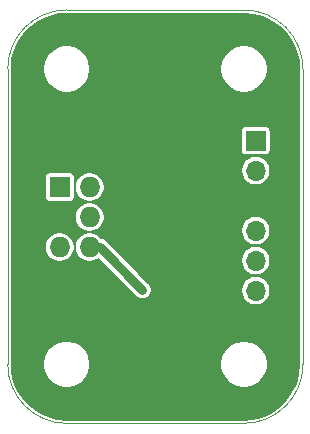
<source format=gbr>
G04 #@! TF.GenerationSoftware,KiCad,Pcbnew,5.1.5-52549c5~84~ubuntu19.10.1*
G04 #@! TF.CreationDate,2020-03-01T16:10:10+02:00*
G04 #@! TF.ProjectId,PIC-ICSP-TC2030,5049432d-4943-4535-902d-544332303330,v1.0*
G04 #@! TF.SameCoordinates,Original*
G04 #@! TF.FileFunction,Copper,L2,Bot*
G04 #@! TF.FilePolarity,Positive*
%FSLAX46Y46*%
G04 Gerber Fmt 4.6, Leading zero omitted, Abs format (unit mm)*
G04 Created by KiCad (PCBNEW 5.1.5-52549c5~84~ubuntu19.10.1) date 2020-03-01 16:10:10*
%MOMM*%
%LPD*%
G04 APERTURE LIST*
%ADD10C,0.050000*%
%ADD11R,1.700000X1.700000*%
%ADD12O,1.700000X1.700000*%
%ADD13O,1.727200X1.727200*%
%ADD14R,1.727200X1.727200*%
%ADD15C,0.800000*%
%ADD16C,0.800000*%
%ADD17C,0.200000*%
G04 APERTURE END LIST*
D10*
X70000000Y-50000000D02*
G75*
G02X75000000Y-55000000I0J-5000000D01*
G01*
X75000000Y-80000000D02*
G75*
G02X70000000Y-85000000I-5000000J0D01*
G01*
X55000000Y-85000000D02*
G75*
G02X50000000Y-80000000I0J5000000D01*
G01*
X50000000Y-55000000D02*
G75*
G02X55000000Y-50000000I5000000J0D01*
G01*
X70000000Y-50000000D02*
X55000000Y-50000000D01*
X75000000Y-80000000D02*
X75000000Y-55000000D01*
X55000000Y-85000000D02*
X70000000Y-85000000D01*
X50000000Y-55000000D02*
X50000000Y-80000000D01*
D11*
X71000000Y-61065000D03*
D12*
X71000000Y-63605000D03*
X71000000Y-66145000D03*
X71000000Y-68685000D03*
X71000000Y-71225000D03*
X71000000Y-73765000D03*
D13*
X56940000Y-70080000D03*
X54400000Y-70080000D03*
X56940000Y-67540000D03*
X54400000Y-67540000D03*
X56940000Y-65000000D03*
D14*
X54400000Y-65000000D03*
D15*
X61400000Y-73700000D03*
X62900000Y-56000000D03*
X61700000Y-80600000D03*
X62000000Y-65900000D03*
X53200000Y-61500000D03*
X53000000Y-73500000D03*
X73200000Y-76600000D03*
X73200000Y-58100000D03*
D16*
X56940000Y-70080000D02*
X57780000Y-70080000D01*
X57780000Y-70080000D02*
X61400000Y-73700000D01*
D17*
G36*
X70827641Y-50400156D02*
G01*
X71629125Y-50619418D01*
X72379110Y-50977142D01*
X73053896Y-51462025D01*
X73632155Y-52058741D01*
X74095602Y-52748425D01*
X74429593Y-53509276D01*
X74624171Y-54319751D01*
X74675001Y-55011928D01*
X74675000Y-79985531D01*
X74599843Y-80827643D01*
X74380582Y-81629125D01*
X74022858Y-82379110D01*
X73537975Y-83053896D01*
X72941259Y-83632155D01*
X72251576Y-84095601D01*
X71490723Y-84429593D01*
X70680249Y-84624171D01*
X69988086Y-84675000D01*
X55014469Y-84675000D01*
X54172357Y-84599843D01*
X53370875Y-84380582D01*
X52620890Y-84022858D01*
X51946104Y-83537975D01*
X51367845Y-82941259D01*
X50904399Y-82251576D01*
X50570407Y-81490723D01*
X50375829Y-80680249D01*
X50325000Y-79988086D01*
X50325000Y-79803017D01*
X53000000Y-79803017D01*
X53000000Y-80196983D01*
X53076859Y-80583378D01*
X53227623Y-80947355D01*
X53446499Y-81274926D01*
X53725074Y-81553501D01*
X54052645Y-81772377D01*
X54416622Y-81923141D01*
X54803017Y-82000000D01*
X55196983Y-82000000D01*
X55583378Y-81923141D01*
X55947355Y-81772377D01*
X56274926Y-81553501D01*
X56553501Y-81274926D01*
X56772377Y-80947355D01*
X56923141Y-80583378D01*
X57000000Y-80196983D01*
X57000000Y-79803017D01*
X68000000Y-79803017D01*
X68000000Y-80196983D01*
X68076859Y-80583378D01*
X68227623Y-80947355D01*
X68446499Y-81274926D01*
X68725074Y-81553501D01*
X69052645Y-81772377D01*
X69416622Y-81923141D01*
X69803017Y-82000000D01*
X70196983Y-82000000D01*
X70583378Y-81923141D01*
X70947355Y-81772377D01*
X71274926Y-81553501D01*
X71553501Y-81274926D01*
X71772377Y-80947355D01*
X71923141Y-80583378D01*
X72000000Y-80196983D01*
X72000000Y-79803017D01*
X71923141Y-79416622D01*
X71772377Y-79052645D01*
X71553501Y-78725074D01*
X71274926Y-78446499D01*
X70947355Y-78227623D01*
X70583378Y-78076859D01*
X70196983Y-78000000D01*
X69803017Y-78000000D01*
X69416622Y-78076859D01*
X69052645Y-78227623D01*
X68725074Y-78446499D01*
X68446499Y-78725074D01*
X68227623Y-79052645D01*
X68076859Y-79416622D01*
X68000000Y-79803017D01*
X57000000Y-79803017D01*
X56923141Y-79416622D01*
X56772377Y-79052645D01*
X56553501Y-78725074D01*
X56274926Y-78446499D01*
X55947355Y-78227623D01*
X55583378Y-78076859D01*
X55196983Y-78000000D01*
X54803017Y-78000000D01*
X54416622Y-78076859D01*
X54052645Y-78227623D01*
X53725074Y-78446499D01*
X53446499Y-78725074D01*
X53227623Y-79052645D01*
X53076859Y-79416622D01*
X53000000Y-79803017D01*
X50325000Y-79803017D01*
X50325000Y-69955546D01*
X53136400Y-69955546D01*
X53136400Y-70204454D01*
X53184959Y-70448579D01*
X53280212Y-70678539D01*
X53418498Y-70885498D01*
X53594502Y-71061502D01*
X53801461Y-71199788D01*
X54031421Y-71295041D01*
X54275546Y-71343600D01*
X54524454Y-71343600D01*
X54768579Y-71295041D01*
X54998539Y-71199788D01*
X55205498Y-71061502D01*
X55381502Y-70885498D01*
X55519788Y-70678539D01*
X55615041Y-70448579D01*
X55663600Y-70204454D01*
X55663600Y-69955546D01*
X55676400Y-69955546D01*
X55676400Y-70204454D01*
X55724959Y-70448579D01*
X55820212Y-70678539D01*
X55958498Y-70885498D01*
X56134502Y-71061502D01*
X56341461Y-71199788D01*
X56571421Y-71295041D01*
X56815546Y-71343600D01*
X57064454Y-71343600D01*
X57308579Y-71295041D01*
X57538539Y-71199788D01*
X57676341Y-71107711D01*
X60778599Y-74209970D01*
X60890030Y-74321401D01*
X60922874Y-74343347D01*
X60953393Y-74368393D01*
X60988213Y-74387005D01*
X61021058Y-74408951D01*
X61057553Y-74424068D01*
X61092372Y-74442679D01*
X61130151Y-74454139D01*
X61166649Y-74469257D01*
X61205398Y-74476964D01*
X61243172Y-74488423D01*
X61282459Y-74492293D01*
X61321207Y-74500000D01*
X61360708Y-74500000D01*
X61399999Y-74503870D01*
X61439290Y-74500000D01*
X61478793Y-74500000D01*
X61517542Y-74492292D01*
X61556827Y-74488423D01*
X61594599Y-74476965D01*
X61633351Y-74469257D01*
X61669852Y-74454138D01*
X61707627Y-74442679D01*
X61742443Y-74424070D01*
X61778942Y-74408951D01*
X61811791Y-74387002D01*
X61846606Y-74368393D01*
X61877119Y-74343351D01*
X61909970Y-74321401D01*
X61937910Y-74293461D01*
X61968421Y-74268421D01*
X61993461Y-74237910D01*
X62021401Y-74209970D01*
X62043351Y-74177119D01*
X62068393Y-74146606D01*
X62087002Y-74111791D01*
X62108951Y-74078942D01*
X62124070Y-74042443D01*
X62142679Y-74007627D01*
X62154138Y-73969852D01*
X62169257Y-73933351D01*
X62176965Y-73894599D01*
X62188423Y-73856827D01*
X62192292Y-73817542D01*
X62200000Y-73778793D01*
X62200000Y-73739290D01*
X62203870Y-73699999D01*
X62200000Y-73660708D01*
X62200000Y-73641886D01*
X69750000Y-73641886D01*
X69750000Y-73888114D01*
X69798037Y-74129611D01*
X69892265Y-74357097D01*
X70029062Y-74561828D01*
X70203172Y-74735938D01*
X70407903Y-74872735D01*
X70635389Y-74966963D01*
X70876886Y-75015000D01*
X71123114Y-75015000D01*
X71364611Y-74966963D01*
X71592097Y-74872735D01*
X71796828Y-74735938D01*
X71970938Y-74561828D01*
X72107735Y-74357097D01*
X72201963Y-74129611D01*
X72250000Y-73888114D01*
X72250000Y-73641886D01*
X72201963Y-73400389D01*
X72107735Y-73172903D01*
X71970938Y-72968172D01*
X71796828Y-72794062D01*
X71592097Y-72657265D01*
X71364611Y-72563037D01*
X71123114Y-72515000D01*
X70876886Y-72515000D01*
X70635389Y-72563037D01*
X70407903Y-72657265D01*
X70203172Y-72794062D01*
X70029062Y-72968172D01*
X69892265Y-73172903D01*
X69798037Y-73400389D01*
X69750000Y-73641886D01*
X62200000Y-73641886D01*
X62200000Y-73621207D01*
X62192293Y-73582459D01*
X62188423Y-73543172D01*
X62176964Y-73505398D01*
X62169257Y-73466649D01*
X62154139Y-73430151D01*
X62142679Y-73392372D01*
X62124068Y-73357553D01*
X62108951Y-73321058D01*
X62087005Y-73288213D01*
X62068393Y-73253393D01*
X62043347Y-73222874D01*
X62021401Y-73190030D01*
X61909970Y-73078599D01*
X59933257Y-71101886D01*
X69750000Y-71101886D01*
X69750000Y-71348114D01*
X69798037Y-71589611D01*
X69892265Y-71817097D01*
X70029062Y-72021828D01*
X70203172Y-72195938D01*
X70407903Y-72332735D01*
X70635389Y-72426963D01*
X70876886Y-72475000D01*
X71123114Y-72475000D01*
X71364611Y-72426963D01*
X71592097Y-72332735D01*
X71796828Y-72195938D01*
X71970938Y-72021828D01*
X72107735Y-71817097D01*
X72201963Y-71589611D01*
X72250000Y-71348114D01*
X72250000Y-71101886D01*
X72201963Y-70860389D01*
X72107735Y-70632903D01*
X71970938Y-70428172D01*
X71796828Y-70254062D01*
X71592097Y-70117265D01*
X71364611Y-70023037D01*
X71123114Y-69975000D01*
X70876886Y-69975000D01*
X70635389Y-70023037D01*
X70407903Y-70117265D01*
X70203172Y-70254062D01*
X70029062Y-70428172D01*
X69892265Y-70632903D01*
X69798037Y-70860389D01*
X69750000Y-71101886D01*
X59933257Y-71101886D01*
X58373473Y-69542103D01*
X58348422Y-69511578D01*
X58226606Y-69411607D01*
X58087628Y-69337321D01*
X57936827Y-69291576D01*
X57932635Y-69291163D01*
X57921502Y-69274502D01*
X57745498Y-69098498D01*
X57538539Y-68960212D01*
X57308579Y-68864959D01*
X57064454Y-68816400D01*
X56815546Y-68816400D01*
X56571421Y-68864959D01*
X56341461Y-68960212D01*
X56134502Y-69098498D01*
X55958498Y-69274502D01*
X55820212Y-69481461D01*
X55724959Y-69711421D01*
X55676400Y-69955546D01*
X55663600Y-69955546D01*
X55615041Y-69711421D01*
X55519788Y-69481461D01*
X55381502Y-69274502D01*
X55205498Y-69098498D01*
X54998539Y-68960212D01*
X54768579Y-68864959D01*
X54524454Y-68816400D01*
X54275546Y-68816400D01*
X54031421Y-68864959D01*
X53801461Y-68960212D01*
X53594502Y-69098498D01*
X53418498Y-69274502D01*
X53280212Y-69481461D01*
X53184959Y-69711421D01*
X53136400Y-69955546D01*
X50325000Y-69955546D01*
X50325000Y-67415546D01*
X55676400Y-67415546D01*
X55676400Y-67664454D01*
X55724959Y-67908579D01*
X55820212Y-68138539D01*
X55958498Y-68345498D01*
X56134502Y-68521502D01*
X56341461Y-68659788D01*
X56571421Y-68755041D01*
X56815546Y-68803600D01*
X57064454Y-68803600D01*
X57308579Y-68755041D01*
X57538539Y-68659788D01*
X57685059Y-68561886D01*
X69750000Y-68561886D01*
X69750000Y-68808114D01*
X69798037Y-69049611D01*
X69892265Y-69277097D01*
X70029062Y-69481828D01*
X70203172Y-69655938D01*
X70407903Y-69792735D01*
X70635389Y-69886963D01*
X70876886Y-69935000D01*
X71123114Y-69935000D01*
X71364611Y-69886963D01*
X71592097Y-69792735D01*
X71796828Y-69655938D01*
X71970938Y-69481828D01*
X72107735Y-69277097D01*
X72201963Y-69049611D01*
X72250000Y-68808114D01*
X72250000Y-68561886D01*
X72201963Y-68320389D01*
X72107735Y-68092903D01*
X71970938Y-67888172D01*
X71796828Y-67714062D01*
X71592097Y-67577265D01*
X71364611Y-67483037D01*
X71123114Y-67435000D01*
X70876886Y-67435000D01*
X70635389Y-67483037D01*
X70407903Y-67577265D01*
X70203172Y-67714062D01*
X70029062Y-67888172D01*
X69892265Y-68092903D01*
X69798037Y-68320389D01*
X69750000Y-68561886D01*
X57685059Y-68561886D01*
X57745498Y-68521502D01*
X57921502Y-68345498D01*
X58059788Y-68138539D01*
X58155041Y-67908579D01*
X58203600Y-67664454D01*
X58203600Y-67415546D01*
X58155041Y-67171421D01*
X58059788Y-66941461D01*
X57921502Y-66734502D01*
X57745498Y-66558498D01*
X57538539Y-66420212D01*
X57308579Y-66324959D01*
X57064454Y-66276400D01*
X56815546Y-66276400D01*
X56571421Y-66324959D01*
X56341461Y-66420212D01*
X56134502Y-66558498D01*
X55958498Y-66734502D01*
X55820212Y-66941461D01*
X55724959Y-67171421D01*
X55676400Y-67415546D01*
X50325000Y-67415546D01*
X50325000Y-64136400D01*
X53134465Y-64136400D01*
X53134465Y-65863600D01*
X53142188Y-65942014D01*
X53165060Y-66017414D01*
X53202203Y-66086903D01*
X53252189Y-66147811D01*
X53313097Y-66197797D01*
X53382586Y-66234940D01*
X53457986Y-66257812D01*
X53536400Y-66265535D01*
X55263600Y-66265535D01*
X55342014Y-66257812D01*
X55417414Y-66234940D01*
X55486903Y-66197797D01*
X55547811Y-66147811D01*
X55597797Y-66086903D01*
X55634940Y-66017414D01*
X55657812Y-65942014D01*
X55665535Y-65863600D01*
X55665535Y-64875546D01*
X55676400Y-64875546D01*
X55676400Y-65124454D01*
X55724959Y-65368579D01*
X55820212Y-65598539D01*
X55958498Y-65805498D01*
X56134502Y-65981502D01*
X56341461Y-66119788D01*
X56571421Y-66215041D01*
X56815546Y-66263600D01*
X57064454Y-66263600D01*
X57308579Y-66215041D01*
X57538539Y-66119788D01*
X57745498Y-65981502D01*
X57921502Y-65805498D01*
X58059788Y-65598539D01*
X58155041Y-65368579D01*
X58203600Y-65124454D01*
X58203600Y-64875546D01*
X58155041Y-64631421D01*
X58059788Y-64401461D01*
X57921502Y-64194502D01*
X57745498Y-64018498D01*
X57538539Y-63880212D01*
X57308579Y-63784959D01*
X57064454Y-63736400D01*
X56815546Y-63736400D01*
X56571421Y-63784959D01*
X56341461Y-63880212D01*
X56134502Y-64018498D01*
X55958498Y-64194502D01*
X55820212Y-64401461D01*
X55724959Y-64631421D01*
X55676400Y-64875546D01*
X55665535Y-64875546D01*
X55665535Y-64136400D01*
X55657812Y-64057986D01*
X55634940Y-63982586D01*
X55597797Y-63913097D01*
X55547811Y-63852189D01*
X55486903Y-63802203D01*
X55417414Y-63765060D01*
X55342014Y-63742188D01*
X55263600Y-63734465D01*
X53536400Y-63734465D01*
X53457986Y-63742188D01*
X53382586Y-63765060D01*
X53313097Y-63802203D01*
X53252189Y-63852189D01*
X53202203Y-63913097D01*
X53165060Y-63982586D01*
X53142188Y-64057986D01*
X53134465Y-64136400D01*
X50325000Y-64136400D01*
X50325000Y-63481886D01*
X69750000Y-63481886D01*
X69750000Y-63728114D01*
X69798037Y-63969611D01*
X69892265Y-64197097D01*
X70029062Y-64401828D01*
X70203172Y-64575938D01*
X70407903Y-64712735D01*
X70635389Y-64806963D01*
X70876886Y-64855000D01*
X71123114Y-64855000D01*
X71364611Y-64806963D01*
X71592097Y-64712735D01*
X71796828Y-64575938D01*
X71970938Y-64401828D01*
X72107735Y-64197097D01*
X72201963Y-63969611D01*
X72250000Y-63728114D01*
X72250000Y-63481886D01*
X72201963Y-63240389D01*
X72107735Y-63012903D01*
X71970938Y-62808172D01*
X71796828Y-62634062D01*
X71592097Y-62497265D01*
X71364611Y-62403037D01*
X71123114Y-62355000D01*
X70876886Y-62355000D01*
X70635389Y-62403037D01*
X70407903Y-62497265D01*
X70203172Y-62634062D01*
X70029062Y-62808172D01*
X69892265Y-63012903D01*
X69798037Y-63240389D01*
X69750000Y-63481886D01*
X50325000Y-63481886D01*
X50325000Y-60215000D01*
X69748065Y-60215000D01*
X69748065Y-61915000D01*
X69755788Y-61993414D01*
X69778660Y-62068814D01*
X69815803Y-62138303D01*
X69865789Y-62199211D01*
X69926697Y-62249197D01*
X69996186Y-62286340D01*
X70071586Y-62309212D01*
X70150000Y-62316935D01*
X71850000Y-62316935D01*
X71928414Y-62309212D01*
X72003814Y-62286340D01*
X72073303Y-62249197D01*
X72134211Y-62199211D01*
X72184197Y-62138303D01*
X72221340Y-62068814D01*
X72244212Y-61993414D01*
X72251935Y-61915000D01*
X72251935Y-60215000D01*
X72244212Y-60136586D01*
X72221340Y-60061186D01*
X72184197Y-59991697D01*
X72134211Y-59930789D01*
X72073303Y-59880803D01*
X72003814Y-59843660D01*
X71928414Y-59820788D01*
X71850000Y-59813065D01*
X70150000Y-59813065D01*
X70071586Y-59820788D01*
X69996186Y-59843660D01*
X69926697Y-59880803D01*
X69865789Y-59930789D01*
X69815803Y-59991697D01*
X69778660Y-60061186D01*
X69755788Y-60136586D01*
X69748065Y-60215000D01*
X50325000Y-60215000D01*
X50325000Y-55014470D01*
X50343871Y-54803017D01*
X53000000Y-54803017D01*
X53000000Y-55196983D01*
X53076859Y-55583378D01*
X53227623Y-55947355D01*
X53446499Y-56274926D01*
X53725074Y-56553501D01*
X54052645Y-56772377D01*
X54416622Y-56923141D01*
X54803017Y-57000000D01*
X55196983Y-57000000D01*
X55583378Y-56923141D01*
X55947355Y-56772377D01*
X56274926Y-56553501D01*
X56553501Y-56274926D01*
X56772377Y-55947355D01*
X56923141Y-55583378D01*
X57000000Y-55196983D01*
X57000000Y-54803017D01*
X68000000Y-54803017D01*
X68000000Y-55196983D01*
X68076859Y-55583378D01*
X68227623Y-55947355D01*
X68446499Y-56274926D01*
X68725074Y-56553501D01*
X69052645Y-56772377D01*
X69416622Y-56923141D01*
X69803017Y-57000000D01*
X70196983Y-57000000D01*
X70583378Y-56923141D01*
X70947355Y-56772377D01*
X71274926Y-56553501D01*
X71553501Y-56274926D01*
X71772377Y-55947355D01*
X71923141Y-55583378D01*
X72000000Y-55196983D01*
X72000000Y-54803017D01*
X71923141Y-54416622D01*
X71772377Y-54052645D01*
X71553501Y-53725074D01*
X71274926Y-53446499D01*
X70947355Y-53227623D01*
X70583378Y-53076859D01*
X70196983Y-53000000D01*
X69803017Y-53000000D01*
X69416622Y-53076859D01*
X69052645Y-53227623D01*
X68725074Y-53446499D01*
X68446499Y-53725074D01*
X68227623Y-54052645D01*
X68076859Y-54416622D01*
X68000000Y-54803017D01*
X57000000Y-54803017D01*
X56923141Y-54416622D01*
X56772377Y-54052645D01*
X56553501Y-53725074D01*
X56274926Y-53446499D01*
X55947355Y-53227623D01*
X55583378Y-53076859D01*
X55196983Y-53000000D01*
X54803017Y-53000000D01*
X54416622Y-53076859D01*
X54052645Y-53227623D01*
X53725074Y-53446499D01*
X53446499Y-53725074D01*
X53227623Y-54052645D01*
X53076859Y-54416622D01*
X53000000Y-54803017D01*
X50343871Y-54803017D01*
X50400156Y-54172359D01*
X50619418Y-53370875D01*
X50977142Y-52620890D01*
X51462025Y-51946104D01*
X52058741Y-51367845D01*
X52748425Y-50904398D01*
X53509276Y-50570407D01*
X54319751Y-50375829D01*
X55011914Y-50325000D01*
X69985530Y-50325000D01*
X70827641Y-50400156D01*
G37*
X70827641Y-50400156D02*
X71629125Y-50619418D01*
X72379110Y-50977142D01*
X73053896Y-51462025D01*
X73632155Y-52058741D01*
X74095602Y-52748425D01*
X74429593Y-53509276D01*
X74624171Y-54319751D01*
X74675001Y-55011928D01*
X74675000Y-79985531D01*
X74599843Y-80827643D01*
X74380582Y-81629125D01*
X74022858Y-82379110D01*
X73537975Y-83053896D01*
X72941259Y-83632155D01*
X72251576Y-84095601D01*
X71490723Y-84429593D01*
X70680249Y-84624171D01*
X69988086Y-84675000D01*
X55014469Y-84675000D01*
X54172357Y-84599843D01*
X53370875Y-84380582D01*
X52620890Y-84022858D01*
X51946104Y-83537975D01*
X51367845Y-82941259D01*
X50904399Y-82251576D01*
X50570407Y-81490723D01*
X50375829Y-80680249D01*
X50325000Y-79988086D01*
X50325000Y-79803017D01*
X53000000Y-79803017D01*
X53000000Y-80196983D01*
X53076859Y-80583378D01*
X53227623Y-80947355D01*
X53446499Y-81274926D01*
X53725074Y-81553501D01*
X54052645Y-81772377D01*
X54416622Y-81923141D01*
X54803017Y-82000000D01*
X55196983Y-82000000D01*
X55583378Y-81923141D01*
X55947355Y-81772377D01*
X56274926Y-81553501D01*
X56553501Y-81274926D01*
X56772377Y-80947355D01*
X56923141Y-80583378D01*
X57000000Y-80196983D01*
X57000000Y-79803017D01*
X68000000Y-79803017D01*
X68000000Y-80196983D01*
X68076859Y-80583378D01*
X68227623Y-80947355D01*
X68446499Y-81274926D01*
X68725074Y-81553501D01*
X69052645Y-81772377D01*
X69416622Y-81923141D01*
X69803017Y-82000000D01*
X70196983Y-82000000D01*
X70583378Y-81923141D01*
X70947355Y-81772377D01*
X71274926Y-81553501D01*
X71553501Y-81274926D01*
X71772377Y-80947355D01*
X71923141Y-80583378D01*
X72000000Y-80196983D01*
X72000000Y-79803017D01*
X71923141Y-79416622D01*
X71772377Y-79052645D01*
X71553501Y-78725074D01*
X71274926Y-78446499D01*
X70947355Y-78227623D01*
X70583378Y-78076859D01*
X70196983Y-78000000D01*
X69803017Y-78000000D01*
X69416622Y-78076859D01*
X69052645Y-78227623D01*
X68725074Y-78446499D01*
X68446499Y-78725074D01*
X68227623Y-79052645D01*
X68076859Y-79416622D01*
X68000000Y-79803017D01*
X57000000Y-79803017D01*
X56923141Y-79416622D01*
X56772377Y-79052645D01*
X56553501Y-78725074D01*
X56274926Y-78446499D01*
X55947355Y-78227623D01*
X55583378Y-78076859D01*
X55196983Y-78000000D01*
X54803017Y-78000000D01*
X54416622Y-78076859D01*
X54052645Y-78227623D01*
X53725074Y-78446499D01*
X53446499Y-78725074D01*
X53227623Y-79052645D01*
X53076859Y-79416622D01*
X53000000Y-79803017D01*
X50325000Y-79803017D01*
X50325000Y-69955546D01*
X53136400Y-69955546D01*
X53136400Y-70204454D01*
X53184959Y-70448579D01*
X53280212Y-70678539D01*
X53418498Y-70885498D01*
X53594502Y-71061502D01*
X53801461Y-71199788D01*
X54031421Y-71295041D01*
X54275546Y-71343600D01*
X54524454Y-71343600D01*
X54768579Y-71295041D01*
X54998539Y-71199788D01*
X55205498Y-71061502D01*
X55381502Y-70885498D01*
X55519788Y-70678539D01*
X55615041Y-70448579D01*
X55663600Y-70204454D01*
X55663600Y-69955546D01*
X55676400Y-69955546D01*
X55676400Y-70204454D01*
X55724959Y-70448579D01*
X55820212Y-70678539D01*
X55958498Y-70885498D01*
X56134502Y-71061502D01*
X56341461Y-71199788D01*
X56571421Y-71295041D01*
X56815546Y-71343600D01*
X57064454Y-71343600D01*
X57308579Y-71295041D01*
X57538539Y-71199788D01*
X57676341Y-71107711D01*
X60778599Y-74209970D01*
X60890030Y-74321401D01*
X60922874Y-74343347D01*
X60953393Y-74368393D01*
X60988213Y-74387005D01*
X61021058Y-74408951D01*
X61057553Y-74424068D01*
X61092372Y-74442679D01*
X61130151Y-74454139D01*
X61166649Y-74469257D01*
X61205398Y-74476964D01*
X61243172Y-74488423D01*
X61282459Y-74492293D01*
X61321207Y-74500000D01*
X61360708Y-74500000D01*
X61399999Y-74503870D01*
X61439290Y-74500000D01*
X61478793Y-74500000D01*
X61517542Y-74492292D01*
X61556827Y-74488423D01*
X61594599Y-74476965D01*
X61633351Y-74469257D01*
X61669852Y-74454138D01*
X61707627Y-74442679D01*
X61742443Y-74424070D01*
X61778942Y-74408951D01*
X61811791Y-74387002D01*
X61846606Y-74368393D01*
X61877119Y-74343351D01*
X61909970Y-74321401D01*
X61937910Y-74293461D01*
X61968421Y-74268421D01*
X61993461Y-74237910D01*
X62021401Y-74209970D01*
X62043351Y-74177119D01*
X62068393Y-74146606D01*
X62087002Y-74111791D01*
X62108951Y-74078942D01*
X62124070Y-74042443D01*
X62142679Y-74007627D01*
X62154138Y-73969852D01*
X62169257Y-73933351D01*
X62176965Y-73894599D01*
X62188423Y-73856827D01*
X62192292Y-73817542D01*
X62200000Y-73778793D01*
X62200000Y-73739290D01*
X62203870Y-73699999D01*
X62200000Y-73660708D01*
X62200000Y-73641886D01*
X69750000Y-73641886D01*
X69750000Y-73888114D01*
X69798037Y-74129611D01*
X69892265Y-74357097D01*
X70029062Y-74561828D01*
X70203172Y-74735938D01*
X70407903Y-74872735D01*
X70635389Y-74966963D01*
X70876886Y-75015000D01*
X71123114Y-75015000D01*
X71364611Y-74966963D01*
X71592097Y-74872735D01*
X71796828Y-74735938D01*
X71970938Y-74561828D01*
X72107735Y-74357097D01*
X72201963Y-74129611D01*
X72250000Y-73888114D01*
X72250000Y-73641886D01*
X72201963Y-73400389D01*
X72107735Y-73172903D01*
X71970938Y-72968172D01*
X71796828Y-72794062D01*
X71592097Y-72657265D01*
X71364611Y-72563037D01*
X71123114Y-72515000D01*
X70876886Y-72515000D01*
X70635389Y-72563037D01*
X70407903Y-72657265D01*
X70203172Y-72794062D01*
X70029062Y-72968172D01*
X69892265Y-73172903D01*
X69798037Y-73400389D01*
X69750000Y-73641886D01*
X62200000Y-73641886D01*
X62200000Y-73621207D01*
X62192293Y-73582459D01*
X62188423Y-73543172D01*
X62176964Y-73505398D01*
X62169257Y-73466649D01*
X62154139Y-73430151D01*
X62142679Y-73392372D01*
X62124068Y-73357553D01*
X62108951Y-73321058D01*
X62087005Y-73288213D01*
X62068393Y-73253393D01*
X62043347Y-73222874D01*
X62021401Y-73190030D01*
X61909970Y-73078599D01*
X59933257Y-71101886D01*
X69750000Y-71101886D01*
X69750000Y-71348114D01*
X69798037Y-71589611D01*
X69892265Y-71817097D01*
X70029062Y-72021828D01*
X70203172Y-72195938D01*
X70407903Y-72332735D01*
X70635389Y-72426963D01*
X70876886Y-72475000D01*
X71123114Y-72475000D01*
X71364611Y-72426963D01*
X71592097Y-72332735D01*
X71796828Y-72195938D01*
X71970938Y-72021828D01*
X72107735Y-71817097D01*
X72201963Y-71589611D01*
X72250000Y-71348114D01*
X72250000Y-71101886D01*
X72201963Y-70860389D01*
X72107735Y-70632903D01*
X71970938Y-70428172D01*
X71796828Y-70254062D01*
X71592097Y-70117265D01*
X71364611Y-70023037D01*
X71123114Y-69975000D01*
X70876886Y-69975000D01*
X70635389Y-70023037D01*
X70407903Y-70117265D01*
X70203172Y-70254062D01*
X70029062Y-70428172D01*
X69892265Y-70632903D01*
X69798037Y-70860389D01*
X69750000Y-71101886D01*
X59933257Y-71101886D01*
X58373473Y-69542103D01*
X58348422Y-69511578D01*
X58226606Y-69411607D01*
X58087628Y-69337321D01*
X57936827Y-69291576D01*
X57932635Y-69291163D01*
X57921502Y-69274502D01*
X57745498Y-69098498D01*
X57538539Y-68960212D01*
X57308579Y-68864959D01*
X57064454Y-68816400D01*
X56815546Y-68816400D01*
X56571421Y-68864959D01*
X56341461Y-68960212D01*
X56134502Y-69098498D01*
X55958498Y-69274502D01*
X55820212Y-69481461D01*
X55724959Y-69711421D01*
X55676400Y-69955546D01*
X55663600Y-69955546D01*
X55615041Y-69711421D01*
X55519788Y-69481461D01*
X55381502Y-69274502D01*
X55205498Y-69098498D01*
X54998539Y-68960212D01*
X54768579Y-68864959D01*
X54524454Y-68816400D01*
X54275546Y-68816400D01*
X54031421Y-68864959D01*
X53801461Y-68960212D01*
X53594502Y-69098498D01*
X53418498Y-69274502D01*
X53280212Y-69481461D01*
X53184959Y-69711421D01*
X53136400Y-69955546D01*
X50325000Y-69955546D01*
X50325000Y-67415546D01*
X55676400Y-67415546D01*
X55676400Y-67664454D01*
X55724959Y-67908579D01*
X55820212Y-68138539D01*
X55958498Y-68345498D01*
X56134502Y-68521502D01*
X56341461Y-68659788D01*
X56571421Y-68755041D01*
X56815546Y-68803600D01*
X57064454Y-68803600D01*
X57308579Y-68755041D01*
X57538539Y-68659788D01*
X57685059Y-68561886D01*
X69750000Y-68561886D01*
X69750000Y-68808114D01*
X69798037Y-69049611D01*
X69892265Y-69277097D01*
X70029062Y-69481828D01*
X70203172Y-69655938D01*
X70407903Y-69792735D01*
X70635389Y-69886963D01*
X70876886Y-69935000D01*
X71123114Y-69935000D01*
X71364611Y-69886963D01*
X71592097Y-69792735D01*
X71796828Y-69655938D01*
X71970938Y-69481828D01*
X72107735Y-69277097D01*
X72201963Y-69049611D01*
X72250000Y-68808114D01*
X72250000Y-68561886D01*
X72201963Y-68320389D01*
X72107735Y-68092903D01*
X71970938Y-67888172D01*
X71796828Y-67714062D01*
X71592097Y-67577265D01*
X71364611Y-67483037D01*
X71123114Y-67435000D01*
X70876886Y-67435000D01*
X70635389Y-67483037D01*
X70407903Y-67577265D01*
X70203172Y-67714062D01*
X70029062Y-67888172D01*
X69892265Y-68092903D01*
X69798037Y-68320389D01*
X69750000Y-68561886D01*
X57685059Y-68561886D01*
X57745498Y-68521502D01*
X57921502Y-68345498D01*
X58059788Y-68138539D01*
X58155041Y-67908579D01*
X58203600Y-67664454D01*
X58203600Y-67415546D01*
X58155041Y-67171421D01*
X58059788Y-66941461D01*
X57921502Y-66734502D01*
X57745498Y-66558498D01*
X57538539Y-66420212D01*
X57308579Y-66324959D01*
X57064454Y-66276400D01*
X56815546Y-66276400D01*
X56571421Y-66324959D01*
X56341461Y-66420212D01*
X56134502Y-66558498D01*
X55958498Y-66734502D01*
X55820212Y-66941461D01*
X55724959Y-67171421D01*
X55676400Y-67415546D01*
X50325000Y-67415546D01*
X50325000Y-64136400D01*
X53134465Y-64136400D01*
X53134465Y-65863600D01*
X53142188Y-65942014D01*
X53165060Y-66017414D01*
X53202203Y-66086903D01*
X53252189Y-66147811D01*
X53313097Y-66197797D01*
X53382586Y-66234940D01*
X53457986Y-66257812D01*
X53536400Y-66265535D01*
X55263600Y-66265535D01*
X55342014Y-66257812D01*
X55417414Y-66234940D01*
X55486903Y-66197797D01*
X55547811Y-66147811D01*
X55597797Y-66086903D01*
X55634940Y-66017414D01*
X55657812Y-65942014D01*
X55665535Y-65863600D01*
X55665535Y-64875546D01*
X55676400Y-64875546D01*
X55676400Y-65124454D01*
X55724959Y-65368579D01*
X55820212Y-65598539D01*
X55958498Y-65805498D01*
X56134502Y-65981502D01*
X56341461Y-66119788D01*
X56571421Y-66215041D01*
X56815546Y-66263600D01*
X57064454Y-66263600D01*
X57308579Y-66215041D01*
X57538539Y-66119788D01*
X57745498Y-65981502D01*
X57921502Y-65805498D01*
X58059788Y-65598539D01*
X58155041Y-65368579D01*
X58203600Y-65124454D01*
X58203600Y-64875546D01*
X58155041Y-64631421D01*
X58059788Y-64401461D01*
X57921502Y-64194502D01*
X57745498Y-64018498D01*
X57538539Y-63880212D01*
X57308579Y-63784959D01*
X57064454Y-63736400D01*
X56815546Y-63736400D01*
X56571421Y-63784959D01*
X56341461Y-63880212D01*
X56134502Y-64018498D01*
X55958498Y-64194502D01*
X55820212Y-64401461D01*
X55724959Y-64631421D01*
X55676400Y-64875546D01*
X55665535Y-64875546D01*
X55665535Y-64136400D01*
X55657812Y-64057986D01*
X55634940Y-63982586D01*
X55597797Y-63913097D01*
X55547811Y-63852189D01*
X55486903Y-63802203D01*
X55417414Y-63765060D01*
X55342014Y-63742188D01*
X55263600Y-63734465D01*
X53536400Y-63734465D01*
X53457986Y-63742188D01*
X53382586Y-63765060D01*
X53313097Y-63802203D01*
X53252189Y-63852189D01*
X53202203Y-63913097D01*
X53165060Y-63982586D01*
X53142188Y-64057986D01*
X53134465Y-64136400D01*
X50325000Y-64136400D01*
X50325000Y-63481886D01*
X69750000Y-63481886D01*
X69750000Y-63728114D01*
X69798037Y-63969611D01*
X69892265Y-64197097D01*
X70029062Y-64401828D01*
X70203172Y-64575938D01*
X70407903Y-64712735D01*
X70635389Y-64806963D01*
X70876886Y-64855000D01*
X71123114Y-64855000D01*
X71364611Y-64806963D01*
X71592097Y-64712735D01*
X71796828Y-64575938D01*
X71970938Y-64401828D01*
X72107735Y-64197097D01*
X72201963Y-63969611D01*
X72250000Y-63728114D01*
X72250000Y-63481886D01*
X72201963Y-63240389D01*
X72107735Y-63012903D01*
X71970938Y-62808172D01*
X71796828Y-62634062D01*
X71592097Y-62497265D01*
X71364611Y-62403037D01*
X71123114Y-62355000D01*
X70876886Y-62355000D01*
X70635389Y-62403037D01*
X70407903Y-62497265D01*
X70203172Y-62634062D01*
X70029062Y-62808172D01*
X69892265Y-63012903D01*
X69798037Y-63240389D01*
X69750000Y-63481886D01*
X50325000Y-63481886D01*
X50325000Y-60215000D01*
X69748065Y-60215000D01*
X69748065Y-61915000D01*
X69755788Y-61993414D01*
X69778660Y-62068814D01*
X69815803Y-62138303D01*
X69865789Y-62199211D01*
X69926697Y-62249197D01*
X69996186Y-62286340D01*
X70071586Y-62309212D01*
X70150000Y-62316935D01*
X71850000Y-62316935D01*
X71928414Y-62309212D01*
X72003814Y-62286340D01*
X72073303Y-62249197D01*
X72134211Y-62199211D01*
X72184197Y-62138303D01*
X72221340Y-62068814D01*
X72244212Y-61993414D01*
X72251935Y-61915000D01*
X72251935Y-60215000D01*
X72244212Y-60136586D01*
X72221340Y-60061186D01*
X72184197Y-59991697D01*
X72134211Y-59930789D01*
X72073303Y-59880803D01*
X72003814Y-59843660D01*
X71928414Y-59820788D01*
X71850000Y-59813065D01*
X70150000Y-59813065D01*
X70071586Y-59820788D01*
X69996186Y-59843660D01*
X69926697Y-59880803D01*
X69865789Y-59930789D01*
X69815803Y-59991697D01*
X69778660Y-60061186D01*
X69755788Y-60136586D01*
X69748065Y-60215000D01*
X50325000Y-60215000D01*
X50325000Y-55014470D01*
X50343871Y-54803017D01*
X53000000Y-54803017D01*
X53000000Y-55196983D01*
X53076859Y-55583378D01*
X53227623Y-55947355D01*
X53446499Y-56274926D01*
X53725074Y-56553501D01*
X54052645Y-56772377D01*
X54416622Y-56923141D01*
X54803017Y-57000000D01*
X55196983Y-57000000D01*
X55583378Y-56923141D01*
X55947355Y-56772377D01*
X56274926Y-56553501D01*
X56553501Y-56274926D01*
X56772377Y-55947355D01*
X56923141Y-55583378D01*
X57000000Y-55196983D01*
X57000000Y-54803017D01*
X68000000Y-54803017D01*
X68000000Y-55196983D01*
X68076859Y-55583378D01*
X68227623Y-55947355D01*
X68446499Y-56274926D01*
X68725074Y-56553501D01*
X69052645Y-56772377D01*
X69416622Y-56923141D01*
X69803017Y-57000000D01*
X70196983Y-57000000D01*
X70583378Y-56923141D01*
X70947355Y-56772377D01*
X71274926Y-56553501D01*
X71553501Y-56274926D01*
X71772377Y-55947355D01*
X71923141Y-55583378D01*
X72000000Y-55196983D01*
X72000000Y-54803017D01*
X71923141Y-54416622D01*
X71772377Y-54052645D01*
X71553501Y-53725074D01*
X71274926Y-53446499D01*
X70947355Y-53227623D01*
X70583378Y-53076859D01*
X70196983Y-53000000D01*
X69803017Y-53000000D01*
X69416622Y-53076859D01*
X69052645Y-53227623D01*
X68725074Y-53446499D01*
X68446499Y-53725074D01*
X68227623Y-54052645D01*
X68076859Y-54416622D01*
X68000000Y-54803017D01*
X57000000Y-54803017D01*
X56923141Y-54416622D01*
X56772377Y-54052645D01*
X56553501Y-53725074D01*
X56274926Y-53446499D01*
X55947355Y-53227623D01*
X55583378Y-53076859D01*
X55196983Y-53000000D01*
X54803017Y-53000000D01*
X54416622Y-53076859D01*
X54052645Y-53227623D01*
X53725074Y-53446499D01*
X53446499Y-53725074D01*
X53227623Y-54052645D01*
X53076859Y-54416622D01*
X53000000Y-54803017D01*
X50343871Y-54803017D01*
X50400156Y-54172359D01*
X50619418Y-53370875D01*
X50977142Y-52620890D01*
X51462025Y-51946104D01*
X52058741Y-51367845D01*
X52748425Y-50904398D01*
X53509276Y-50570407D01*
X54319751Y-50375829D01*
X55011914Y-50325000D01*
X69985530Y-50325000D01*
X70827641Y-50400156D01*
M02*

</source>
